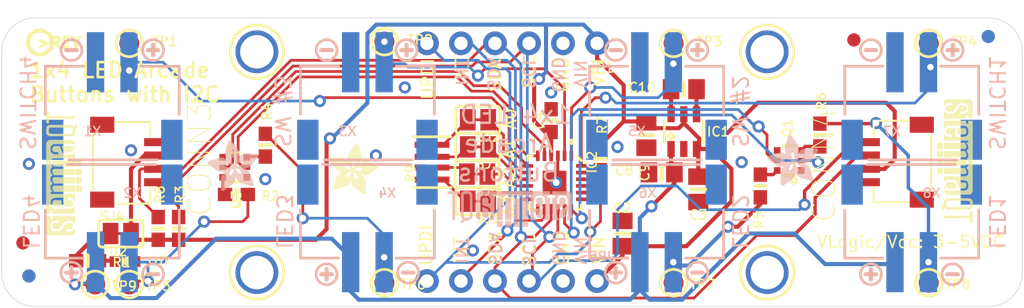
<source format=kicad_pcb>
(kicad_pcb (version 20211014) (generator pcbnew)
  (layers (0 "F.Cu" signal) (31 "B.Cu" signal) (34 "B.Paste" user) (35 "F.Paste" user) (36 "B.SilkS" user "B.Silkscreen") (37 "F.SilkS" user "F.Silkscreen") (38 "B.Mask" user) (39 "F.Mask" user) (44 "Edge.Cuts" user))
  (net 0 "")
  (net 1 "GND")
  (net 2 "SDA")
  (net 3 "SCL")
  (net 4 "INT")
  (net 5 "VCC")
  (net 6 "N$1")
  (net 7 "SW4")
  (net 8 "SW3")
  (net 9 "SW2")
  (net 10 "N$99")
  (net 11 "SW1")
  (net 12 "N$2")
  (net 13 "N$3")
  (net 14 "5.0V")
  (net 15 "PWM4")
  (net 16 "PWM3")
  (net 17 "PWM2")
  (net 18 "PWM1")
  (net 19 "N$4")
  (net 20 "LED3")
  (net 21 "N$12")
  (net 22 "LED4")
  (net 23 "LED2")
  (net 24 "N$11")
  (net 25 "LED1")
  (net 26 "UPDI")
  (net 27 "A0")
  (net 28 "A1")
  (net 29 "A2")
  (net 30 "A3")
  (net 31 "N$5")
  (net 32 "N$6")
  (net 33 "N$7")
  (net 34 "N$8")
  (net 35 "N$13")
  (footprint "boardEagle:QFN24_4MM" (layer "F.Cu") (at 151.6761 106.5276 -90)
    (fp_text reference "IC2")
    (fp_text value "ATTINY8X7-MU")
  )
  (footprint "boardEagle:0603-NO" (layer "F.Cu") (at 127.9271 107.4166)
    (fp_text reference "R2")
    (fp_text value "100")
  )
  (footprint "boardEagle:STEMMAQT" (layer "F.Cu") (at 116.3701 110.4646 90)
    (fp_text reference "U$30" hide)
    (fp_text value "" hide)
  )
  (footprint "boardEagle:0603-NO" (layer "F.Cu") (at 123.6091 109.9566 90)
    (fp_text reference "R3")
    (fp_text value "10K")
  )
  (footprint "boardEagle:0603-NO" (layer "F.Cu") (at 151.4221 101.8921 90)
    (fp_text reference "C4")
    (fp_text value "0.1uF")
  )
  (footprint "boardEagle:0805-NO" (layer "F.Cu") (at 162.4076 107.0356 -90)
    (fp_text reference "C3")
    (fp_text value "10uF")
  )
  (footprint "boardEagle:SOLDERJUMPER_CLOSEDWIRE" (layer "F.Cu") (at 119.2911 110.3376)
    (fp_text reference "SJ4")
    (fp_text value "")
  )
  (footprint "boardEagle:0603-NO" (layer "F.Cu") (at 122.0851 109.9566 90)
    (fp_text reference "R8")
    (fp_text value "10K")
  )
  (footprint "boardEagle:PCBFEAT-REV-040" (layer "F.Cu") (at 113.2586 96.0501)
    (fp_text reference "U$25" hide)
    (fp_text value "" hide)
  )
  (footprint "boardEagle:TESTPOINT_ROUND_1.5MM" (layer "F.Cu") (at 179.6161 96.1136)
    (fp_text reference "TP4")
    (fp_text value "")
  )
  (footprint "boardEagle:SOT363" (layer "F.Cu") (at 127.8001 105.3846 -90)
    (fp_text reference "Q3")
    (fp_text value "BSS138")
  )
  (footprint "boardEagle:0805-NO" (layer "F.Cu") (at 161.3281 99.5426 180)
    (fp_text reference "C10")
    (fp_text value "1uF")
  )
  (footprint "boardEagle:TESTPOINT_ROUND_1.5MM" (layer "F.Cu") (at 160.5661 96.1136)
    (fp_text reference "TP3")
    (fp_text value "")
  )
  (footprint "boardEagle:JST_SH4" (layer "F.Cu") (at 119.2911 105.0036 -90)
    (fp_text reference "CONN3")
    (fp_text value "STEMMA_I2C_QT" hide)
  )
  (footprint "boardEagle:0805-NO" (layer "F.Cu") (at 156.7561 110.3376 90)
    (fp_text reference "C2")
    (fp_text value "10uF")
  )
  (footprint "boardEagle:FIDUCIAL_1MM" (layer "F.Cu") (at 174.0281 95.8596)
    (fp_text reference "FID1" hide)
    (fp_text value "FIDUCIAL_1MM" hide)
  )
  (footprint "boardEagle:TESTPOINT_ROUND_1.5MM" (layer "F.Cu") (at 179.6161 114.0206)
    (fp_text reference "TP8")
    (fp_text value "")
  )
  (footprint "boardEagle:0603-NO" (layer "F.Cu") (at 130.0861 103.7336 90)
    (fp_text reference "R4")
    (fp_text value "100")
  )
  (footprint "boardEagle:0805-NO" (layer "F.Cu") (at 159.6771 105.7656 180)
    (fp_text reference "C8")
    (fp_text value "10uF")
  )
  (footprint "boardEagle:MOUNTINGHOLE_2.5_PLATED" (layer "F.Cu") (at 129.4511 96.7486)
    (fp_text reference "U$17" hide)
    (fp_text value "MOUNTINGHOLE2.5" hide)
  )
  (footprint "boardEagle:STEMMAQT" (layer "F.Cu") (at 180.2511 100.3046 -90)
    (fp_text reference "U$31" hide)
    (fp_text value "" hide)
  )
  (footprint "boardEagle:JST_SH4" (layer "F.Cu") (at 177.7111 105.0036 90)
    (fp_text reference "CONN4")
    (fp_text value "STEMMA_I2C_QT" hide)
  )
  (footprint "boardEagle:SOT363" (layer "F.Cu") (at 169.2021 104.8766 90)
    (fp_text reference "Q1")
    (fp_text value "BSS138")
  )
  (footprint "boardEagle:SOLDERJUMPER_CLOSEDWIRE" (layer "F.Cu") (at 145.9611 107.9246 180)
    (fp_text reference "SJ1")
    (fp_text value "")
  )
  (footprint "boardEagle:MOUNTINGHOLE_2.5_PLATED" (layer "F.Cu") (at 167.5511 96.7486)
    (fp_text reference "U$3" hide)
    (fp_text value "MOUNTINGHOLE2.5" hide)
  )
  (footprint "boardEagle:TESTPOINT_ROUND_1.5MM" (layer "F.Cu") (at 138.9761 114.0206)
    (fp_text reference "TP6")
    (fp_text value "")
  )
  (footprint "boardEagle:0603-NO" (layer "F.Cu") (at 116.8146 112.3696)
    (fp_text reference "R1")
    (fp_text value "10K")
  )
  (footprint "boardEagle:SOT23-6" (layer "F.Cu") (at 161.3281 102.7176)
    (fp_text reference "IC1")
    (fp_text value "AP3602")
  )
  (footprint "boardEagle:MOUNTINGHOLE_2.5_PLATED" (layer "F.Cu") (at 167.5511 113.2586)
    (fp_text reference "U$19" hide)
    (fp_text value "MOUNTINGHOLE2.5" hide)
  )
  (footprint "boardEagle:TESTPOINT_ROUND_1.5MM" (layer "F.Cu") (at 160.5661 114.0206)
    (fp_text reference "TP7")
    (fp_text value "")
  )
  (footprint "boardEagle:MOUNTINGHOLE_2.5_PLATED" (layer "F.Cu") (at 129.4511 113.2586)
    (fp_text reference "U$21" hide)
    (fp_text value "MOUNTINGHOLE2.5" hide)
  )
  (footprint "boardEagle:0603-NO" (layer "F.Cu") (at 171.4881 102.9716 90)
    (fp_text reference "R6")
    (fp_text value "100")
  )
  (footprint "boardEagle:RESPACK_4X0603" (layer "F.Cu") (at 142.5321 105.0036 90)
    (fp_text reference "R9")
    (fp_text value "10K")
  )
  (footprint "boardEagle:SOLDERJUMPER_CLOSEDWIRE" (layer "F.Cu") (at 145.9611 103.8606 180)
    (fp_text reference "SJ3")
    (fp_text value "")
  )
  (footprint "boardEagle:1X06_ROUND_70" (layer "F.Cu") (at 148.5011 96.1136 180)
    (fp_text reference "JP1")
    (fp_text value "")
  )
  (footprint "boardEagle:TESTPOINT_ROUND_1.5MM" (layer "F.Cu") (at 119.9261 114.1476)
    (fp_text reference "TP5")
    (fp_text value "")
  )
  (footprint "boardEagle:TESTPOINT_ROUND_1.5MM" (layer "F.Cu") (at 117.3861 114.1476)
    (fp_text reference "TP9")
    (fp_text value "")
  )
  (footprint "boardEagle:ADAFRUIT_3.5MM" (layer "F.Cu") (at 134.7851 107.4166)
    (fp_text reference "U$9" hide)
    (fp_text value "" hide)
  )
  (footprint "boardEagle:0805-NO" (layer "F.Cu") (at 158.5341 102.9716 -90)
    (fp_text reference "C9")
    (fp_text value "10uF")
  )
  (footprint "boardEagle:TESTPOINT_ROUND_1.5MM" (layer "F.Cu") (at 138.9761 95.9866)
    (fp_text reference "TP2")
    (fp_text value "")
  )
  (footprint "boardEagle:FIDUCIAL_1MM" (layer "F.Cu") (at 111.9886 111.0361)
    (fp_text reference "FID2" hide)
    (fp_text value "FIDUCIAL_1MM" hide)
  )
  (footprint "boardEagle:TESTPOINT_ROUND_1.5MM" (layer "F.Cu") (at 119.9261 96.1136)
    (fp_text reference "TP1")
    (fp_text value "")
  )
  (footprint "boardEagle:SOLDERJUMPER_CLOSEDWIRE" (layer "F.Cu") (at 145.8976 105.8926 180)
    (fp_text reference "SJ5")
    (fp_text value "")
  )
  (footprint "boardEagle:SOLDERJUMPER_CLOSEDWIRE" (layer "F.Cu") (at 145.9611 101.8286 180)
    (fp_text reference "SJ2")
    (fp_text value "")
  )
  (footprint "boardEagle:CHIPLED_0603_NOOUTLINE" (layer "F.Cu") (at 119.6086 112.4331 -90)
    (fp_text reference "D2")
    (fp_text value "GREEN")
  )
  (footprint "boardEagle:0603-NO" (layer "F.Cu") (at 155.1051 104.7496 90)
    (fp_text reference "R7")
    (fp_text value "10K")
  )
  (footprint "boardEagle:0603-NO" (layer "F.Cu") (at 167.0431 106.7816 -90)
    (fp_text reference "R5")
    (fp_text value "100")
  )
  (footprint "boardEagle:SYMBOL_PLUS" (layer "B.Cu") (at 115.6081 113.2586 180)
    (fp_text reference "U$23" hide)
    (fp_text value "" hide)
  )
  (footprint "boardEagle:JST-XH-2-SV" (layer "B.Cu") (at 137.7061 108.1786)
    (fp_text reference "X4")
    (fp_text value "CON_JST_XH_2PIN-VERT")
  )
  (footprint "boardEagle:JST-XH-2-SV" (layer "B.Cu") (at 178.3461 108.1786)
    (fp_text reference "X8")
    (fp_text value "CON_JST_XH_2PIN-VERT")
  )
  (footprint "boardEagle:SYMBOL_MINUS" (layer "B.Cu") (at 175.2981 96.6216 180)
    (fp_text reference "U$1" hide)
    (fp_text value "" hide)
  )
  (footprint "boardEagle:SYMBOL_MINUS" (layer "B.Cu") (at 181.3941 113.3856 180)
    (fp_text reference "U$47" hide)
    (fp_text value "" hide)
  )
  (footprint "boardEagle:SYMBOL_MINUS" (layer "B.Cu") (at 140.7541 113.2586 180)
    (fp_text reference "U$48" hide)
    (fp_text value "" hide)
  )
  (footprint "boardEagle:SYMBOL_MINUS" (layer "B.Cu") (at 121.7041 113.3856 180)
    (fp_text reference "U$45" hide)
    (fp_text value "" hide)
  )
  (footprint "boardEagle:SYMBOL_MINUS" (layer "B.Cu") (at 115.6081 96.6216 180)
    (fp_text reference "U$14" hide)
    (fp_text value "" hide)
  )
  (footprint "boardEagle:SYMBOL_PLUS" (layer "B.Cu") (at 181.3941 96.6216 180)
    (fp_text reference "U$15" hide)
    (fp_text value "" hide)
  )
  (footprint "boardEagle:ADAFRUIT_3.5MM" (layer "B.Cu") (at 171.3611 106.7816 180)
    (fp_text reference "U$2" hide)
    (fp_text value "" hide)
  )
  (footprint "boardEagle:SYMBOL_PLUS" (layer "B.Cu") (at 162.3441 96.6216 180)
    (fp_text reference "U$26" hide)
    (fp_text value "" hide)
  )
  (footprint "boardEagle:STEMMAQT" (layer "B.Cu") (at 152.9461 109.8296 180)
    (fp_text reference "U$53" hide)
    (fp_text value "" hide)
  )
  (footprint "boardEagle:SYMBOL_PLUS" (layer "B.Cu") (at 156.2481 113.2586 180)
    (fp_text reference "U$7" hide)
    (fp_text value "" hide)
  )
  (footprint "boardEagle:FIDUCIAL_1MM" (layer "B.Cu") (at 112.4331 113.5126 180)
    (fp_text reference "FID3" hide)
    (fp_text value "FIDUCIAL_1MM" hide)
  )
  (footprint "boardEagle:SYMBOL_PLUS" (layer "B.Cu") (at 121.7041 96.6216 180)
    (fp_text reference "U$24" hide)
    (fp_text value "" hide)
  )
  (footprint "boardEagle:SYMBOL_PLUS" (layer "B.Cu") (at 175.2981 113.3856 180)
    (fp_text reference "U$16" hide)
    (fp_text value "" hide)
  )
  (footprint "boardEagle:1X06_ROUND_70" (layer "B.Cu") (at 148.5011 113.8936 180)
    (fp_text reference "JP5")
    (fp_text value "")
  )
  (footprint "boardEagle:FIDUCIAL_1MM" (layer "B.Cu") (at 184.0611 95.6056 180)
    (fp_text reference "FID4" hide)
    (fp_text value "FIDUCIAL_1MM" hide)
  )
  (footprint "boardEagle:JST-XH-2-SV" (layer "B.Cu") (at 178.3461 101.8286 180)
    (fp_text reference "X7")
    (fp_text value "CON_JST_XH_2PIN-VERT")
  )
  (footprint "boardEagle:JST-XH-2-SV" (layer "B.Cu") (at 159.2961 108.1786)
    (fp_text reference "X6")
    (fp_text value "CON_JST_XH_2PIN-VERT")
  )
  (footprint "boardEagle:SYMBOL_MINUS" (layer "B.Cu") (at 156.2481 96.6216 180)
    (fp_text reference "U$49" hide)
    (fp_text value "" hide)
  )
  (footprint "boardEagle:SYMBOL_PLUS" (layer "B.Cu") (at 140.6271 96.6216 180)
    (fp_text reference "U$50" hide)
    (fp_text value "" hide)
  )
  (footprint "boardEagle:JST-XH-2-SV" (layer "B.Cu") (at 118.6561 108.1786)
    (fp_text reference "X2")
    (fp_text value "CON_JST_XH_2PIN-VERT")
  )
  (footprint "boardEagle:JST-XH-2-SV" (layer "B.Cu") (at 118.6561 101.8286 180)
    (fp_text reference "X1")
    (fp_text value "CON_JST_XH_2PIN-VERT")
  )
  (footprint "boardEagle:SYMBOL_MINUS" (layer "B.Cu") (at 134.6581 96.6216 180)
    (fp_text reference "U$8" hide)
    (fp_text value "" hide)
  )
  (footprint "boardEagle:SYMBOL_MINUS" (layer "B.Cu") (at 162.3441 113.2586 180)
    (fp_text reference "U$46" hide)
    (fp_text value "" hide)
  )
  (footprint "boardEagle:JST-XH-2-SV" (layer "B.Cu") (at 137.7061 101.8286 180)
    (fp_text reference "X3")
    (fp_text value "CON_JST_XH_2PIN-VERT")
  )
  (footprint "boardEagle:JST-XH-2-SV" (layer "B.Cu") (at 159.2961 101.8286 180)
    (fp_text reference "X5")
    (fp_text value "CON_JST_XH_2PIN-VERT")
  )
  (footprint "boardEagle:SYMBOL_PLUS" (layer "B.Cu") (at 134.6581 113.3856 180)
    (fp_text reference "U$20" hide)
    (fp_text value "" hide)
  )
  (footprint "boardEagle:ADAFRUIT_3.5MM" (layer "B.Cu") (at 129.5781 107.1626 180)
    (fp_text reference "U$52" hide)
    (fp_text value "" hide)
  )
  (gr_arc (start 186.6011 113.2586) (mid 185.857151 115.054651) (end 184.0611 115.7986) (layer "Edge.Cuts") (width 0.05))
  (gr_arc (start 110.4011 96.7486) (mid 111.145049 94.952549) (end 112.9411 94.2086) (layer "Edge.Cuts") (width 0.05))
  (gr_line (start 112.9411 94.2086) (end 184.0611 94.2086) (layer "Edge.Cuts") (width 0.05))
  (gr_line (start 110.4011 113.2586) (end 110.4011 96.7486) (layer "Edge.Cuts") (width 0.05))
  (gr_line (start 186.6011 96.7486) (end 186.6011 113.2586) (layer "Edge.Cuts") (width 0.05))
  (gr_arc (start 112.9411 115.7986) (mid 111.145049 115.054651) (end 110.4011 113.2586) (layer "Edge.Cuts") (width 0.05))
  (gr_line (start 184.0611 115.7986) (end 112.9411 115.7986) (layer "Edge.Cuts") (width 0.05))
  (gr_arc (start 184.0611 94.2086) (mid 185.857151 94.952549) (end 186.6011 96.7486) (layer "Edge.Cuts") (width 0.05))
  (gr_text "1x4 LED \nArcade\nButtons" (at 148.2471 103.6066) (layer "B.SilkS") (effects (font (size 1.34112 1.34112) (thickness 0.18288)) (justify mirror)))
  (gr_text "SDA" (at 147.2311 111.4806 -90) (layer "B.SilkS") (effects (font (size 0.87376 0.87376) (thickness 0.14224)) (justify mirror)))
  (gr_text "LED2" (at 165.5191 109.4486 -90) (layer "B.SilkS") (effects (font (size 1.1176 1.1176) (thickness 0.1524)) (justify mirror)))
  (gr_text "GND" (at 151.9301 111.4171 -90) (layer "B.SilkS") (effects (font (size 0.87376 0.87376) (thickness 0.14224)) (justify mirror)))
  (gr_text "SCL" (at 149.7711 98.2726 -90) (layer "B.SilkS") (effects (font (size 0.87376 0.87376) (thickness 0.14224)) (justify mirror)))
  (gr_text "LED3" (at 131.4831 109.4486 -90) (layer "B.SilkS") (effects (font (size 1.1176 1.1176) (thickness 0.1524)) (justify mirror)))
  (gr_text "LED1" (at 184.6961 109.4486 -90) (layer "B.SilkS") (effects (font (size 1.1176 1.1176) (thickness 0.1524)) (justify mirror)))
  (gr_text "VIN" (at 153.5811 98.3996 -90) (layer "B.SilkS") (effects (font (size 0.87376 0.87376) (thickness 0.14224)) (justify mirror)))
  (gr_text "VIN" (at 153.5811 111.6076 -90) (layer "B.SilkS") (effects (font (size 0.87376 0.87376) (thickness 0.14224)) (justify mirror)))
  (gr_text "SWITCH4" (at 112.3061 100.5586 -90) (layer "B.SilkS") (effects (font (size 1.1176 1.1176) (thickness 0.1524)) (justify mirror)))
  (gr_text "SW #2" (at 165.5191 101.1936 -90) (layer "B.SilkS") (effects (font (size 1.1176 1.1176) (thickness 0.1524)) (justify mirror)))
  (gr_text "SWITCH1" (at 184.6961 100.5586 -90) (layer "B.SilkS") (effects (font (size 1.1176 1.1176) (thickness 0.1524)) (justify mirror)))
  (gr_text "LED4" (at 112.5601 109.4486 -90) (layer "B.SilkS") (effects (font (size 1.1176 1.1176) (thickness 0.1524)) (justify mirror)))
  (gr_text "SDA" (at 147.1041 98.3996 -90) (layer "B.SilkS") (effects (font (size 0.87376 0.87376) (thickness 0.14224)) (justify mirror)))
  (gr_text "INT" (at 144.7546 111.6076 -90) (layer "B.SilkS") (effects (font (size 0.87376 0.87376) (thickness 0.14224)) (justify mirror)))
  (gr_text "INT" (at 144.7546 98.2726 -90) (layer "B.SilkS") (effects (font (size 0.87376 0.87376) (thickness 0.14224)) (justify mirror)))
  (gr_text "SW #3" (at 131.3561 101.1936 -90) (layer "B.SilkS") (effects (font (size 1.1176 1.1176) (thickness 0.1524)) (justify mirror)))
  (gr_text "GND" (at 151.9301 98.4631 -90) (layer "B.SilkS") (effects (font (size 0.87376 0.87376) (thickness 0.14224)) (justify mirror)))
  (gr_text "SCL" (at 149.7711 111.6076 -90) (layer "B.SilkS") (effects (font (size 0.87376 0.87376) (thickness 0.14224)) (justify mirror)))
  (gr_text "A3" (at 148.3106 108.3056 90) (layer "F.SilkS") (effects (font (size 0.87376 0.87376) (thickness 0.14224))))
  (gr_text "SCL" (at 149.7711 98.2726 90) (layer "F.SilkS") (effects (font (size 0.87376 0.87376) (thickness 0.14224))))
  (gr_text "1x4 LED Arcade\nButtons with I2C" (at 112.3696 99.0346) (layer "F.SilkS") (effects (font (size 1.12268 1.12268) (thickness 0.19812)) (justify left)))
  (gr_text "on" (at 121.1961 112.7506) (layer "F.SilkS") (effects (font (size 0.89408 0.89408) (thickness 0.12192)) (justify left bottom)))
  (gr_text "VLogic/Vcc: 3-5VDC" (at 178.2826 110.9726) (layer "F.SilkS") (effects (font (size 0.89408 0.89408) (thickness 0.12192))))
  (gr_text "VIN" (at 154.9781 111.6076 90) (layer "F.SilkS") (effects (font (size 0.87376 0.87376) (thickness 0.14224))))
  (gr_text "UPDI" (at 142.2146 98.7806 90) (layer "F.SilkS") (effects (font (size 0.87376 0.87376) (thickness 0.14224))))
  (gr_text "GND" (at 152.3111 98.4631 90) (layer "F.SilkS") (effects (font (size 0.87376 0.87376) (thickness 0.14224))))
  (gr_text "VIN" (at 154.9781 98.2726 90) (layer "F.SilkS") (effects (font (size 0.87376 0.87376) (thickness 0.14224))))
  (gr_text "A2" (at 148.3106 106.1466 90) (layer "F.SilkS") (effects (font (size 0.87376 0.87376) (thickness 0.14224))))
  (gr_text "INT" (at 144.7546 98.2726 90) (layer "F.SilkS") (effects (font (size 0.87376 0.87376) (thickness 0.14224))))
  (gr_text "SDA" (at 147.2311 111.4806 90) (layer "F.SilkS") (effects (font (size 0.87376 0.87376) (thickness 0.14224))))
  (gr_text "SDA" (at 147.2311 98.5266 90) (layer "F.SilkS") (effects (font (size 0.87376 0.87376) (thickness 0.14224))))
  (gr_text "A0" (at 148.3741 101.7651 90) (layer "F.SilkS") (effects (font (size 0.87376 0.87376) (thickness 0.14224))))
  (gr_text "UPDI" (at 142.0876 111.2266 90) (layer "F.SilkS") (effects (font (size 0.87376 0.87376) (thickness 0.14224))))
  (gr_text "SCL" (at 149.7711 111.6076 90) (layer "F.SilkS") (effects (font (size 0.87376 0.87376) (thickness 0.14224))))
  (gr_text "INT" (at 144.6276 111.6076 90) (layer "F.SilkS") (effects (font (size 0.87376 0.87376) (thickness 0.14224))))
  (gr_text "GND" (at 152.3111 111.4171 90) (layer "F.SilkS") (effects (font (size 0.87376 0.87376) (thickness 0.14224))))
  (gr_text "A1" (at 148.3106 103.9876 90) (layer "F.SilkS") (effects (font (size 0.87376 0.87376) (thickness 0.14224))))
  (segment (start 151.9261 104.5276) (end 151.9261 106.2776) (width 0.2032) (layer "F.Cu") (net 1))
  (segment (start 151.9261 106.2776) (end 151.6761 106.5276) (width 0.2032) (layer "F.Cu") (net 1))
  (via (at 140.5001 99.4156) (size 0.9064) (drill 0.5) (layers "F.Cu" "B.Cu") (net 1))
  (via (at 151.4221 99.7966) (size 0.9064) (drill 0.5) (layers "F.Cu" "B.Cu") (net 1))
  (via (at 145.5801 111.6076) (size 0.9064) (drill 0.5) (layers "F.Cu" "B.Cu") (net 1))
  (via (at 130.0861 106.2736) (size 0.9064) (drill 0.5) (layers "F.Cu" "B.Cu") (net 1))
  (via (at 120.0531 104.1146) (size 0.9064) (drill 0.5) (layers "F.Cu" "B.Cu") (net 1))
  (via (at 156.3751 103.8606) (size 0.9064) (drill 0.5) (layers "F.Cu" "B.Cu") (net 1))
  (via (at 151.8031 106.5276) (size 0.9064) (drill 0.5) (layers "F.Cu" "B.Cu") (net 1))
  (via (at 112.4331 105.1306) (size 0.9064) (drill 0.5) (layers "F.Cu" "B.Cu") (net 1))
  (via (at 138.3411 104.4956) (size 0.9064) (drill 0.5) (layers "F.Cu" "B.Cu") (net 1))
  (via (at 165.6461 105.0036) (size 0.9064) (drill 0.5) (layers "F.Cu" "B.Cu") (net 1))
  (segment (start 171.1285 107.660781) (end 171.1285 108.8841) (width 0.254) (layer "F.Cu") (net 2))
  (segment (start 145.3261 97.3836) (end 131.998107 97.3836) (width 0.2032) (layer "F.Cu") (net 2))
  (segment (start 148.3741 115.1636) (end 147.2311 114.0206) (width 0.2032) (layer "F.Cu") (net 2))
  (segment (start 146.5961 96.1136) (end 145.3261 97.3836) (width 0.2032) (layer "F.Cu") (net 2))
  (segment (start 120.6881 107.7096) (end 122.0851 109.1066) (width 0.2032) (layer "F.Cu") (net 2))
  (segment (start 131.998107 97.3836) (end 123.878107 105.5036) (width 0.2032) (layer "F.Cu") (net 2))
  (segment (start 174.285681 104.5036) (end 171.1285 107.660781) (width 0.254) (layer "F.Cu") (net 2))
  (segment (start 121.8051 105.5036) (end 120.8151 105.5036) (width 0.2032) (layer "F.Cu") (net 2))
  (segment (start 151.4261 108.5276) (end 151.4261 109.3176) (width 0.2032) (layer "F.Cu") (net 2))
  (segment (start 171.1285 108.8841) (end 169.548 110.4646) (width 0.254) (layer "F.Cu") (net 2))
  (segment (start 120.6881 105.6306) (end 120.6881 107.7096) (width 0.2032) (layer "F.Cu") (net 2))
  (segment (start 146.5961 96.1136) (end 147.2311 96.1136) (width 0.2032) (layer "F.Cu") (net 2))
  (segment (start 149.1655 110.9432) (end 147.2311 112.8776) (width 0.2032) (layer "F.Cu") (net 2))
  (segment (start 166.7891 110.4646) (end 162.0901 115.1636) (width 0.2032) (layer "F.Cu") (net 2))
  (segment (start 149.1655 110.5916) (end 150.1521 110.5916) (width 0.2032) (layer "F.Cu") (net 2))
  (segment (start 149.1655 110.5916) (end 149.1655 110.9432) (width 0.2032) (layer "F.Cu") (net 2))
  (segment (start 175.1971 104.5036) (end 174.285681 104.5036) (width 0.254) (layer "F.Cu") (net 2))
  (segment (start 162.0901 115.1636) (end 148.3741 115.1636) (width 0.2032) (layer "F.Cu") (net 2))
  (segment (start 169.548 110.4646) (end 166.7891 110.4646) (width 0.254) (layer "F.Cu") (net 2))
  (segment (start 120.8151 105.5036) (end 120.6881 105.6306) (width 0.2032) (layer "F.Cu") (net 2))
  (segment (start 151.4261 109.3176) (end 150.1521 110.5916) (width 0.2032) (layer "F.Cu") (net 2))
  (segment (start 123.878107 105.5036) (end 121.8051 105.5036) (width 0.2032) (layer "F.Cu") (net 2))
  (segment (start 147.2311 113.8936) (end 147.2311 114.0206) (width 0.2032) (layer "F.Cu") (net 2))
  (segment (start 147.2311 112.8776) (end 147.2311 113.8936) (width 0.2032) (layer "F.Cu") (net 2))
  (via (at 149.1655 110.5916) (size 0.9064) (drill 0.5) (layers "F.Cu" "B.Cu") (net 2))
  (segment (start 149.1655 97.667) (end 147.6121 96.1136) (width 0.2032) (layer "B.Cu") (net 2))
  (segment (start 149.1655 97.667) (end 149.1655 110.5916) (width 0.2032) (layer "B.Cu") (net 2))
  (segment (start 147.2311 96.1136) (end 147.6121 96.1136) (width 0.2032) (layer "B.Cu") (net 2))
  (segment (start 123.452841 106.5036) (end 121.8051 106.5036) (width 0.2032) (layer "F.Cu") (net 3))
  (segment (start 150.0211 111.8616) (end 150.0211 113.6436) (width 0.2032) (layer "F.Cu") (net 3))
  (segment (start 150.0211 111.8616) (end 151.2911 110.5916) (width 0.2032) (layer "F.Cu") (net 3))
  (segment (start 123.6091 108.3076) (end 123.6091 109.1066) (width 0.2032) (layer "F.Cu") (net 3))
  (segment (start 175.1971 103.5036) (end 174.0041 103.5036) (width 0.254) (layer "F.Cu") (net 3))
  (segment (start 121.8051 106.5036) (end 123.6091 108.3076) (width 0.2032) (layer "F.Cu") (net 3))
  (segment (start 151.2911 110.5916) (end 151.5131 110.5916) (width 0.2032) (layer "F.Cu") (net 3))
  (segment (start 148.3741 97.5106) (end 149.7711 96.1136) (width 0.2032) (layer "F.Cu") (net 3))
  (segment (start 126.452841 103.5036) (end 123.452841 106.5036) (width 0.2032) (layer "F.Cu") (net 3))
  (segment (start 170.3451 107.1626) (end 170.3451 108.1786) (width 0.254) (layer "F.Cu") (net 3))
  (segment (start 174.0041 103.5036) (end 170.3451 107.1626) (width 0.254) (layer "F.Cu") (net 3))
  (segment (start 149.7711 113.8936) (end 150.0211 113.6436) (width 0.2032) (layer "F.Cu") (net 3))
  (segment (start 132.141044 97.8154) (end 145.5293 97.8154) (width 0.2032) (layer "F.Cu") (net 3))
  (segment (start 145.8341 97.5106) (end 145.5293 97.8154) (width 0.2032) (layer "F.Cu") (net 3))
  (segment (start 151.9261 108.5276) (end 151.9261 110.1786) (width 0.2032) (layer "F.Cu") (net 3))
  (segment (start 132.141044 97.8154) (end 126.452841 103.5036) (width 0.2032) (layer "F.Cu") (net 3))
  (segment (start 151.9261 110.1786) (end 151.5131 110.5916) (width 0.2032) (layer "F.Cu") (net 3))
  (segment (start 148.3741 97.5106) (end 145.8341 97.5106) (width 0.2032) (layer "F.Cu") (net 3))
  (via (at 151.2911 110.5916) (size 0.9064) (drill 0.5) (layers "F.Cu" "B.Cu") (net 3))
  (via (at 170.3451 108.1786) (size 0.9064) (drill 0.5) (layers "F.Cu" "B.Cu") (net 3))
  (segment (start 158.1531 106.7816) (end 160.8201 106.7816) (width 0.2032) (layer "B.Cu") (net 3))
  (segment (start 156.3751 108.5596) (end 158.1531 106.7816) (width 0.2032) (layer "B.Cu") (net 3))
  (segment (start 155.8671 112.3696) (end 152.0571 112.3696) (width 0.2032) (layer "B.Cu") (net 3))
  (segment (start 152.0571 112.3696) (end 150.5331 113.8936) (width 0.2032) (layer "B.Cu") (net 3))
  (segment (start 156.3751 111.8616) (end 155.8671 112.3696) (width 0.2032) (layer "B.Cu") (net 3))
  (segment (start 150.5331 113.8936) (end 149.7711 113.8936) (width 0.2032) (layer "B.Cu") (net 3))
  (segment (start 156.3751 108.5596) (end 156.3751 111.8616) (width 0.2032) (layer "B.Cu") (net 3))
  (segment (start 149.6441 96.2406) (end 149.6441 108.9446) (width 0.2032) (layer "B.Cu") (net 3))
  (segment (start 162.5981 108.5596) (end 169.9641 108.5596) (width 0.2032) (layer "B.Cu") (net 3))
  (segment (start 169.9641 108.5596) (end 170.3451 108.1786) (width 0.2032) (layer "B.Cu") (net 3))
  (segment (start 149.7711 96.1136) (end 149.6441 96.2406) (width 0.2032) (layer "B.Cu") (net 3))
  (segment (start 160.8201 106.7816) (end 162.5981 108.5596) (width 0.2032) (layer "B.Cu") (net 3))
  (segment (start 149.6441 108.9446) (end 151.2911 110.5916) (width 0.2032) (layer "B.Cu") (net 3))
  (segment (start 150.714293 109.357112) (end 148.917612 109.357112) (width 0.2032) (layer "F.Cu") (net 4))
  (segment (start 148.155613 110.119112) (end 148.228454 110.191953) (width 0.2032) (layer "F.Cu") (net 4))
  (segment (start 148.228454 110.191953) (end 144.6911 113.729306) (width 0.2032) (layer "F.Cu") (net 4))
  (segment (start 150.9261 109.145306) (end 150.714293 109.357112) (width 0.2032) (layer "F.Cu") (net 4))
  (segment (start 150.9261 108.5276) (end 150.9261 109.145306) (width 0.2032) (layer "F.Cu") (net 4))
  (segment (start 148.917612 109.357112) (end 148.155613 110.119112) (width 0.2032) (layer "F.Cu") (net 4))
  (segment (start 144.6911 113.8936) (end 144.6911 113.729306) (width 0.2032) (layer "F.Cu") (net 4))
  (via (at 148.155613 110.119112) (size 0.9064) (drill 0.5) (layers "F.Cu" "B.Cu") (net 4))
  (segment (start 148.1201 97.3836) (end 146.7231 97.3836) (width 0.2032) (layer "B.Cu") (net 4))
  (segment (start 146.7231 97.3836) (end 145.4531 96.1136) (width 0.2032) (layer "B.Cu") (net 4))
  (segment (start 148.7551 98.0186) (end 148.1201 97.3836) (width 0.2032) (layer "B.Cu") (net 4))
  (segment (start 148.7551 98.0186) (end 148.7551 109.519625) (width 0.2032) (layer "B.Cu") (net 4))
  (segment (start 144.6911 96.1136) (end 145.4531 96.1136) (width 0.2032) (layer "B.Cu") (net 4))
  (segment (start 148.7551 109.519625) (end 148.155613 110.119112) (width 0.2032) (layer "B.Cu") (net 4))
  (segment (start 154.8511 97.2566) (end 156.8441 99.2496) (width 0.3048) (layer "F.Cu") (net 5))
  (segment (start 177.0761 104.7496) (end 176.3141 105.5116) (width 0.3048) (layer "F.Cu") (net 5))
  (segment (start 161.5211 111.2876) (end 156.7561 111.2876) (width 0.3048) (layer "F.Cu") (net 5))
  (segment (start 123.6091 110.8066) (end 122.0851 110.8066) (width 0.3048) (layer "F.Cu") (net 5))
  (segment (start 121.049519 104.5036) (end 120.1039 105.449218) (width 0.3048) (layer "F.Cu") (net 5))
  (segment (start 154.8511 113.8936) (end 156.7561 111.9886) (width 0.3048) (layer "F.Cu") (net 5))
  (segment (start 158.4071 101.9556) (end 158.4731 102.0216) (width 0.3048) (layer "F.Cu") (net 5))
  (segment (start 120.0531 110.3376) (end 120.0531 110.8066) (width 0.3048) (layer "F.Cu") (net 5))
  (segment (start 158.4731 102.0216) (end 158.5341 102.0216) (width 0.3048) (layer "F.Cu") (net 5))
  (segment (start 151.4221 102.7421) (end 150.979231 102.7421) (width 0.3048) (layer "F.Cu") (net 5))
  (segment (start 161.3281 101.4176) (end 161.3281 102.0826) (width 0.3048) (layer "F.Cu") (net 5))
  (segment (start 150.1521 99.1616) (end 150.5331 98.7806) (width 0.3048) (layer "F.Cu") (net 5))
  (segment (start 175.2051 105.5116) (end 175.1971 105.5036) (width 0.3048) (layer "F.Cu") (net 5))
  (segment (start 121.8051 104.5036) (end 121.049519 104.5036) (width 0.3048) (layer "F.Cu") (net 5))
  (segment (start 163.3901 104.0176) (end 164.8841 105.5116) (width 0.3048) (layer "F.Cu") (net 5))
  (segment (start 166.8491 100.5586) (end 163.3901 104.0176) (width 0.3048) (layer "F.Cu") (net 5))
  (segment (start 134.6581 103.4796) (end 134.9121 103.2256) (width 0.3048) (layer "F.Cu") (net 5))
  (segment (start 161.3281 102.0826) (end 160.9471 102.4636) (width 0.3048) (layer "F.Cu") (net 5))
  (segment (start 150.1521 101.914969) (end 150.1521 99.1616) (width 0.3048) (layer "F.Cu") (net 5))
  (segment (start 162.2781 104.0176) (end 162.4076 104.1471) (width 0.3048) (layer "F.Cu") (net 5))
  (segment (start 164.8841 107.9246) (end 161.5211 111.2876) (width 0.3048) (layer "F.Cu") (net 5))
  (segment (start 164.8841 105.5116) (end 164.8841 107.9246) (width 0.3048) (layer "F.Cu") (net 5))
  (segment (start 156.8441 101.9556) (end 158.4071 101.9556) (width 0.3048) (layer "F.Cu") (net 5))
  (segment (start 162.2781 104.0176) (end 162.4711 104.0176) (width 0.3048) (layer "F.Cu") (net 5))
  (segment (start 120.0531 105.5116) (end 120.0531 110.3376) (width 0.3048) (layer "F.Cu") (net 5))
  (segment (start 120.0531 110.8066) (end 122.0851 110.8066) (width 0.3048) (layer "F.Cu") (net 5))
  (segment (start 155.1051 103.6946) (end 156.8441 101.9556) (width 0.3048) (layer "F.Cu") (net 5))
  (segment (start 154.8511 96.1136) (end 154.8511 97.2566) (width 0.3048) (layer "F.Cu") (net 5))
  (segment (start 123.6091 110.8066) (end 133.851675 110.8066) (width 0.3048) (layer "F.Cu") (net 5))
  (segment (start 176.3141 105.5116) (end 175.2051 105.5116) (width 0.3048) (layer "F.Cu") (net 5))
  (segment (start 162.4711 103.2256) (end 162.4711 104.0176) (width 0.3048) (layer "F.Cu") (net 5))
  (segment (start 177.0761 101.1936) (end 177.0761 104.7496) (width 0.3048) (layer "F.Cu") (net 5))
  (segment (start 151.4261 102.7461) (end 151.4221 102.7421) (width 0.3048) (layer "F.Cu") (net 5))
  (segment (start 150.979231 102.7421) (end 150.1521 101.914969) (width 0.3048) (layer "F.Cu") (net 5))
  (segment (start 120.1039 105.449218) (end 120.1039 105.4608) (width 0.3048) (layer "F.Cu") (net 5))
  (segment (start 156.7561 111.9886) (end 156.7561 111.2876) (width 0.3048) (layer "F.Cu") (net 5))
  (segment (start 160.9471 102.4636) (end 158.9761 102.4636) (width 0.3048) (layer "F.Cu") (net 5))
  (segment (start 176.4411 100.5586) (end 177.0761 101.1936) (width 0.3048) (layer "F.Cu") (net 5))
  (segment (start 162.4076 104.1471) (end 162.4076 106.0856) (width 0.3048) (layer "F.Cu") (net 5))
  (segment (start 162.4711 104.0176) (end 163.3901 104.0176) (width 0.3048) (layer "F.Cu") (net 5))
  (segment (start 161.3281 102.0826) (end 162.4711 103.2256) (width 0.3048) (layer "F.Cu") (net 5))
  (segment (start 151.4261 104.5276) (end 151.4261 102.7461) (width 0.3048) (layer "F.Cu") (net 5))
  (segment (start 155.1051 103.8996) (end 155.1051 103.6946) (width 0.3048) (layer "F.Cu") (net 5))
  (segment (start 156.8441 99.2496) (end 156.8441 101.9556) (width 0.3048) (layer "F.Cu") (net 5))
  (segment (start 120.1039 105.4608) (end 120.0531 105.5116) (width 0.3048) (layer "F.Cu") (net 5))
  (segment (start 133.851675 110.8066) (end 134.6581 110.000175) (width 0.3048) (layer "F.Cu") (net 5))
  (segment (start 158.9761 102.4636) (end 158.5341 102.0216) (width 0.3048) (layer "F.Cu") (net 5))
  (segment (start 166.8491 100.5586) (end 176.4411 100.5586) (width 0.3048) (layer "F.Cu") (net 5))
  (segment (start 134.6581 110.000175) (end 134.6581 103.4796) (width 0.3048) (layer "F.Cu") (net 5))
  (via (at 134.9121 103.2256) (size 0.9064) (drill 0.5) (layers "F.Cu" "B.Cu") (net 5))
  (via (at 150.5331 98.7806) (size 0.889) (drill 0.4826) (layers "F.Cu" "B.Cu") (net 5))
  (segment (start 151.0411 94.7166) (end 138.365207 94.7166) (width 0.3048) (layer "B.Cu") (net 5))
  (segment (start 138.365207 94.7166) (end 137.7061 95.375707) (width 0.3048) (layer "B.Cu") (net 5))
  (segment (start 154.8511 96.1136) (end 154.8511 95.7326) (width 0.3048) (layer "B.Cu") (net 5))
  (segment (start 153.8351 94.7166) (end 151.0411 94.7166) (width 0.3048) (layer "B.Cu") (net 5))
  (segment (start 137.7061 100.570494) (end 135.050994 103.2256) (width 0.3048) (layer "B.Cu") (net 5))
  (segment (start 151.0411 98.2726) (end 151.0411 94.7166) (width 0.3048) (layer "B.Cu") (net 5))
  (segment (start 134.9121 103.2256) (end 135.050994 103.2256) (width 0.3048) (layer "B.Cu") (net 5))
  (segment (start 137.7061 95.375707) (end 137.7061 100.570494) (width 0.3048) (layer "B.Cu") (net 5))
  (segment (start 154.8511 95.7326) (end 153.8351 94.7166) (width 0.3048) (layer "B.Cu") (net 5))
  (segment (start 150.5331 98.7806) (end 151.0411 98.2726) (width 0.3048) (layer "B.Cu") (net 5))
  (segment (start 118.7951 112.3696) (end 118.8586 112.4331) (width 0.3048) (layer "F.Cu") (net 6))
  (segment (start 117.6646 112.3696) (end 118.7951 112.3696) (width 0.3048) (layer "F.Cu") (net 6))
  (segment (start 148.2791 101.473125) (end 146.983575 100.1776) (width 0.2032) (layer "F.Cu") (net 7))
  (segment (start 119.9261 96.1136) (end 119.9261 98.1456) (width 0.2032) (layer "F.Cu") (net 7))
  (segment (start 146.983575 100.1776) (end 134.4041 100.1776) (width 0.2032) (layer "F.Cu") (net 7))
  (segment (start 134.1501 100.4316) (end 134.4041 100.1776) (width 0.2032) (layer "F.Cu") (net 7))
  (segment (start 148.2791 101.473125) (end 148.2791 103.8806) (width 0.2032) (layer "F.Cu") (net 7))
  (segment (start 148.2791 103.8806) (end 149.6761 105.2776) (width 0.2032) (layer "F.Cu") (net 7))
  (via (at 119.9261 98.1456) (size 0.889) (drill 0.4826) (layers "F.Cu" "B.Cu") (net 7))
  (via (at 134.1501 100.4316) (size 0.9064) (drill 0.5) (layers "F.Cu" "B.Cu") (net 7))
  (segment (start 125.3491 100.4316) (end 122.4461 97.5286) (width 0.2032) (layer "B.Cu") (net 7))
  (segment (start 134.1501 100.4316) (end 125.3491 100.4316) (width 0.2032) (layer "B.Cu") (net 7))
  (segment (start 119.9061 97.5286) (end 122.4461 97.5286) (width 0.2032) (layer "B.Cu") (net 7))
  (segment (start 119.9261 98.1456) (end 119.9061 98.1256) (width 0.2032) (layer "B.Cu") (net 7))
  (segment (start 119.9061 98.1256) (end 119.9061 97.5286) (width 0.2032) (layer "B.Cu") (net 7))
  (segment (start 152.4261 104.5276) (end 152.4261 99.5306) (width 0.2032) (layer "F.Cu") (net 8))
  (segment (start 146.4691 98.0186) (end 145.9611 98.5266) (width 0.2032) (layer "F.Cu") (net 8))
  (segment (start 152.4261 99.5306) (end 150.9141 98.0186) (width 0.2032) (layer "F.Cu") (net 8))
  (segment (start 150.9141 98.0186) (end 146.4691 98.0186) (width 0.2032) (layer "F.Cu") (net 8))
  (via (at 138.9761 95.9866) (size 0.889) (drill 0.4826) (layers "F.Cu" "B.Cu") (net 8))
  (via (at 145.9611 98.5266) (size 0.9064) (drill 0.5) (layers "F.Cu" "B.Cu") (net 8))
  (segment (start 138.9561 97.5286) (end 138.9561 96.0066) (width 0.2032) (layer "B.Cu") (net 8))
  (segment (start 140.7541 97.8916) (end 145.3261 97.8916) (width 0.2032) (layer "B.Cu") (net 8))
  (segment (start 139.0651 97.6376) (end 138.9561 97.5286) (width 0.2032) (layer "B.Cu") (net 8))
  (segment (start 140.5001 97.6376) (end 139.0651 97.6376) (width 0.2032) (layer "B.Cu") (net 8))
  (segment (start 140.5001 97.6376) (end 140.7541 97.8916) (width 0.2032) (layer "B.Cu") (net 8))
  (segment (start 145.3261 97.8916) (end 145.9611 98.5266) (width 0.2032) (layer "B.Cu") (net 8))
  (segment (start 138.9561 96.0066) (end 138.9761 95.9866) (width 0.2032) (layer "B.Cu") (net 8))
  (segment (start 154.3431 99.5426) (end 152.9461 100.9396) (width 0.2032) (layer "F.Cu") (net 9))
  (segment (start 154.3431 99.4156) (end 154.3431 99.5426) (width 0.2032) (layer "F.Cu") (net 9))
  (segment (start 160.5661 97.6176) (end 160.5461 97.6376) (width 0.2032) (layer "F.Cu") (net 9))
  (segment (start 152.9461 104.5276) (end 152.9261 104.5276) (width 0.2032) (layer "F.Cu") (net 9))
  (segment (start 152.9461 100.9396) (end 152.9461 104.5276) (width 0.2032) (layer "F.Cu") (net 9))
  (segment (start 160.5661 96.1136) (end 160.5661 97.6176) (width 0.2032) (layer "F.Cu") (net 9))
  (via (at 154.3431 99.4156) (size 0.9064) (drill 0.5) (layers "F.Cu" "B.Cu") (net 9))
  (via (at 160.5461 97.6376) (size 0.889) (drill 0.4826) (layers "F.Cu" "B.Cu") (net 9))
  (segment (start 154.3431 99.4156) (end 155.9941 99.4156) (width 0.2032) (layer "B.Cu") (net 9))
  (segment (start 156.7561 100.1776) (end 159.4231 100.1776) (width 0.2032) (layer "B.Cu") (net 9))
  (segment (start 160.5461 99.0546) (end 160.5461 97.6376) (width 0.2032) (layer "B.Cu") (net 9))
  (segment (start 160.5461 97.6376) (end 160.5461 97.5286) (width 0.2032) (layer "B.Cu") (net 9))
  (segment (start 159.4231 100.1776) (end 160.5461 99.0546) (width 0.2032) (layer "B.Cu") (net 9))
  (segment (start 156.7561 100.1776) (end 155.9941 99.4156) (width 0.2032) (layer "B.Cu") (net 9))
  (segment (start 168.3021 105.6266) (end 167.9971 105.9316) (width 0.254) (layer "F.Cu") (net 10))
  (segment (start 167.9971 105.9316) (end 167.0431 105.9316) (width 0.254) (layer "F.Cu") (net 10))
  (segment (start 179.6161 96.1136) (end 179.6161 97.7646) (width 0.2032) (layer "F.Cu") (net 11))
  (segment (start 179.6161 97.7646) (end 179.7431 97.8916) (width 0.2032) (layer "F.Cu") (net 11))
  (segment (start 154.712093 100.1776) (end 153.6761 101.213597) (width 0.2032) (layer "F.Cu") (net 11))
  (segment (start 155.4861 100.1776) (end 154.712093 100.1776) (width 0.2032) (layer "F.Cu") (net 11))
  (segment (start 153.6761 101.213597) (end 153.6761 105.2776) (width 0.2032) (layer "F.Cu") (net 11))
  (via (at 179.7431 97.8916) (size 0.889) (drill 0.4826) (layers "F.Cu" "B.Cu") (net 11))
  (via (at 155.4861 100.1776) (size 0.9064) (drill 0.5) (layers "F.Cu" "B.Cu") (net 11))
  (segment (start 156.2735 100.584) (end 178.5747 100.584) (width 0.2032) (layer "B.Cu") (net 11))
  (segment (start 156.2735 100.584) (end 155.8671 100.1776) (width 0.2032) (layer "B.Cu") (net 11))
  (segment (start 178.5747 100.584) (end 179.7431 99.4156) (width 0.2032) (layer "B.Cu") (net 11))
  (segment (start 155.4861 100.1776) (end 155.8671 100.1776) (width 0.2032) (layer "B.Cu") (net 11))
  (segment (start 179.7431 97.8916) (end 179.7431 97.6756) (width 0.2032) (layer "B.Cu") (net 11))
  (segment (start 179.7431 99.4156) (end 179.7431 97.8916) (width 0.2032) (layer "B.Cu") (net 11))
  (segment (start 179.7431 97.6756) (end 179.5961 97.5286) (width 0.2032) (layer "B.Cu") (net 11))
  (segment (start 160.3781 101.4176) (end 160.3781 99.5426) (width 0.3048) (layer "F.Cu") (net 12))
  (segment (start 162.2781 101.4176) (end 162.2781 99.5426) (width 0.3048) (layer "F.Cu") (net 13))
  (segment (start 160.6271 106.5936) (end 158.9151 108.3056) (width 0.3048) (layer "F.Cu") (net 14))
  (segment (start 117.3861 114.1476) (end 115.8621 114.1476) (width 0.2032) (layer "F.Cu") (net 14))
  (segment (start 160.3781 104.0176) (end 160.3781 105.5166) (width 0.3048) (layer "F.Cu") (net 14))
  (segment (start 160.6271 105.7656) (end 160.6271 106.5936) (width 0.3048) (layer "F.Cu") (net 14))
  (segment (start 160.3781 105.5166) (end 160.6271 105.7656) (width 0.3048) (layer "F.Cu") (net 14))
  (via (at 115.8621 114.1476) (size 0.889) (drill 0.4826) (layers "F.Cu" "B.Cu") (net 14))
  (via (at 158.9151 108.3056) (size 0.9064) (drill 0.5) (layers "F.Cu" "B.Cu") (net 14))
  (segment (start 118.5291 115.1636) (end 121.9581 115.1636) (width 0.3048) (layer "B.Cu") (net 14))
  (segment (start 166.1541 110.3376) (end 169.5831 110.3376) (width 0.3048) (layer "B.Cu") (net 14))
  (segment (start 115.8621 114.0406) (end 117.4061 114.0406) (width 0.2032) (layer "B.Cu") (net 14))
  (segment (start 158.0461 114.5486) (end 158.7881 115.2906) (width 0.3048) (layer "B.Cu") (net 14))
  (segment (start 115.8621 114.1476) (end 115.8621 114.0406) (width 0.2032) (layer "B.Cu") (net 14))
  (segment (start 117.4061 114.0406) (end 118.5291 115.1636) (width 0.3048) (layer "B.Cu") (net 14))
  (segment (start 121.9581 115.1636) (end 126.4031 110.7186) (width 0.3048) (layer "B.Cu") (net 14))
  (segment (start 158.0461 109.1746) (end 158.0461 112.4786) (width 0.3048) (layer "B.Cu") (net 14))
  (segment (start 171.8691 112.6236) (end 176.9511 112.6236) (width 0.3048) (layer "B.Cu") (net 14))
  (segment (start 158.9151 108.3056) (end 158.0461 109.1746) (width 0.3048) (layer "B.Cu") (net 14))
  (segment (start 136.4561 112.4786) (end 136.4561 114.6756) (width 0.3048) (layer "B.Cu") (net 14))
  (segment (start 135.0391 110.7186) (end 136.4561 112.1356) (width 0.3048) (layer "B.Cu") (net 14))
  (segment (start 169.5831 110.3376) (end 171.8691 112.6236) (width 0.3048) (layer "B.Cu") (net 14))
  (segment (start 158.0461 112.4786) (end 158.0461 114.5486) (width 0.3048) (layer "B.Cu") (net 14))
  (segment (start 161.2011 115.2906) (end 166.1541 110.3376) (width 0.3048) (layer "B.Cu") (net 14))
  (segment (start 176.9511 112.6236) (end 177.0961 112.4786) (width 0.3048) (layer "B.Cu") (net 14))
  (segment (start 136.4561 112.1356) (end 136.4561 112.4786) (width 0.3048) (layer "B.Cu") (net 14))
  (segment (start 158.7881 115.2906) (end 161.2011 115.2906) (width 0.3048) (layer "B.Cu") (net 14))
  (segment (start 117.4061 112.4786) (end 117.4061 114.0406) (width 0.3048) (layer "B.Cu") (net 14))
  (segment (start 126.4031 110.7186) (end 135.0391 110.7186) (width 0.3048) (layer "B.Cu") (net 14))
  (segment (start 157.3041 115.2906) (end 158.0461 114.5486) (width 0.3048) (layer "B.Cu") (net 14))
  (segment (start 137.0711 115.2906) (end 157.3041 115.2906) (width 0.3048) (layer "B.Cu") (net 14))
  (segment (start 136.4561 114.6756) (end 137.0711 115.2906) (width 0.3048) (layer "B.Cu") (net 14))
  (segment (start 149.6641 104.5276) (end 148.7751 103.6386) (width 0.2032) (layer "F.Cu") (net 15))
  (segment (start 128.4351 105.3846) (end 128.7001 105.3846) (width 0.2032) (layer "F.Cu") (net 15))
  (segment (start 128.0541 105.0036) (end 128.4351 105.3846) (width 0.2032) (layer "F.Cu") (net 15))
  (segment (start 147.087813 99.691) (end 148.7751 101.378288) (width 0.2032) (layer "F.Cu") (net 15))
  (segment (start 128.0541 103.0986) (end 132.5245 98.6282) (width 0.2032) (layer "F.Cu") (net 15))
  (segment (start 144.415988 98.6282) (end 145.478788 99.691) (width 0.2032) (layer "F.Cu") (net 15))
  (segment (start 132.5245 98.6282) (end 144.415988 98.6282) (width 0.2032) (layer "F.Cu") (net 15))
  (segment (start 128.0541 105.0036) (end 128.0541 103.0986) (width 0.2032) (layer "F.Cu") (net 15))
  (segment (start 145.478788 99.691) (end 147.087813 99.691) (width 0.2032) (layer "F.Cu") (net 15))
  (segment (start 150.4261 104.5276) (end 149.6641 104.5276) (width 0.2032) (layer "F.Cu") (net 15))
  (segment (start 148.7751 101.378288) (end 148.7751 103.6386) (width 0.2032) (layer "F.Cu") (net 15))
  (segment (start 150.9261 103.7656) (end 150.9261 104.5276) (width 0.2032) (layer "F.Cu") (net 16))
  (segment (start 145.647125 99.2846) (end 147.5746 99.2846) (width 0.2032) (layer "F.Cu") (net 16))
  (segment (start 127.6477 102.930263) (end 132.356163 98.2218) (width 0.2032) (layer "F.Cu") (net 16))
  (segment (start 127.2667 105.3846) (end 127.6477 105.0036) (width 0.2032) (layer "F.Cu") (net 16))
  (segment (start 132.356163 98.2218) (end 144.584325 98.2218) (width 0.2032) (layer "F.Cu") (net 16))
  (segment (start 144.584325 98.2218) (end 145.647125 99.2846) (width 0.2032) (layer "F.Cu") (net 16))
  (segment (start 150.9261 103.7656) (end 149.2199 102.0594) (width 0.2032) (layer "F.Cu") (net 16))
  (segment (start 147.5746 99.2846) (end 149.2199 100.9299) (width 0.2032) (layer "F.Cu") (net 16))
  (segment (start 149.2199 100.9299) (end 149.2199 102.0594) (width 0.2032) (layer "F.Cu") (net 16))
  (segment (start 127.6477 105.0036) (end 127.6477 102.930263) (width 0.2032) (layer "F.Cu") (net 16))
  (segment (start 126.9001 105.3846) (end 127.2667 105.3846) (width 0.2032) (layer "F.Cu") (net 16))
  (segment (start 171.2222 104.8766) (end 170.1021 104.8766) (width 0.2032) (layer "F.Cu") (net 17))
  (segment (start 171.3611 105.0155) (end 171.2222 104.8766) (width 0.2032) (layer "F.Cu") (net 17))
  (segment (start 153.5931 109.1946) (end 153.7081 109.1946) (width 0.2032) (layer "F.Cu") (net 17))
  (segment (start 152.9261 108.5276) (end 153.5931 109.1946) (width 0.2032) (layer "F.Cu") (net 17))
  (via (at 153.7081 109.1946) (size 0.9064) (drill 0.5) (layers "F.Cu" "B.Cu") (net 17))
  (via (at 171.3611 105.0155) (size 0.9064) (drill 0.5) (layers "F.Cu" "B.Cu") (net 17))
  (segment (start 164.9095 101.473) (end 153.622437 101.473) (width 0.2032) (layer "B.Cu") (net 17))
  (segment (start 153.622437 101.473) (end 153.5811 101.514338) (width 0.2032) (layer "B.Cu") (net 17))
  (segment (start 171.3611 105.0036) (end 171.3611 105.0155) (width 0.2032) (layer "B.Cu") (net 17))
  (segment (start 164.9095 101.473) (end 168.3131 104.8766) (width 0.2032) (layer "B.Cu") (net 17))
  (segment (start 171.2341 104.8766) (end 171.3611 105.0036) (width 0.2032) (layer "B.Cu") (net 17))
  (segment (start 153.5811 101.514338) (end 153.5811 109.0676) (width 0.2032) (layer "B.Cu") (net 17))
  (segment (start 153.7081 109.1946) (end 153.5811 109.0676) (width 0.2032) (layer "B.Cu") (net 17))
  (segment (start 168.3131 104.8766) (end 171.2341 104.8766) (width 0.2032) (layer "B.Cu") (net 17))
  (segment (start 152.4261 108.5276) (end 152.4261 109.5937) (width 0.2032) (layer "F.Cu") (net 18))
  (segment (start 168.3021 104.8766) (end 168.0481 104.8766) (width 0.2032) (layer "F.Cu") (net 18))
  (segment (start 153.1065 110.2741) (end 152.4261 109.5937) (width 0.2032) (layer "F.Cu") (net 18))
  (segment (start 167.5401 102.9606) (end 167.5401 104.3686) (width 0.2032) (layer "F.Cu") (net 18))
  (segment (start 168.0481 104.8766) (end 167.5401 104.3686) (width 0.2032) (layer "F.Cu") (net 18))
  (segment (start 167.5401 102.9606) (end 166.9161 102.3366) (width 0.2032) (layer "F.Cu") (net 18))
  (via (at 153.1065 110.2741) (size 0.9064) (drill 0.5) (layers "F.Cu" "B.Cu") (net 18))
  (via (at 166.9161 102.3366) (size 0.9064) (drill 0.5) (layers "F.Cu" "B.Cu") (net 18))
  (segment (start 153.1065 110.2741) (end 152.9207 110.2741) (width 0.2032) (layer "B.Cu") (net 18))
  (segment (start 152.9207 101.6) (end 152.9207 110.2741) (width 0.2032) (layer "B.Cu") (net 18))
  (segment (start 153.4541 101.0666) (end 152.9207 101.6) (width 0.2032) (layer "B.Cu") (net 18))
  (segment (start 166.9161 102.3366) (end 166.6621 102.3366) (width 0.2032) (layer "B.Cu") (net 18))
  (segment (start 166.6621 102.3366) (end 165.3921 101.0666) (width 0.2032) (layer "B.Cu") (net 18))
  (segment (start 165.3921 101.0666) (end 153.4541 101.0666) (width 0.2032) (layer "B.Cu") (net 18))
  (segment (start 128.7001 104.6346) (end 128.7511 104.5836) (width 0.2032) (layer "F.Cu") (net 19))
  (segment (start 128.7511 104.5836) (end 130.0861 104.5836) (width 0.2032) (layer "F.Cu") (net 19))
  (segment (start 132.8801 105.6776) (end 132.8801 109.1946) (width 0.2032) (layer "F.Cu") (net 20))
  (segment (start 138.9761 114.0206) (end 138.9561 114.0006) (width 0.2032) (layer "F.Cu") (net 20))
  (segment (start 130.0861 102.8836) (end 132.8801 105.6776) (width 0.2032) (layer "F.Cu") (net 20))
  (segment (start 138.9561 114.0006) (end 138.9561 112.1156) (width 0.2032) (layer "F.Cu") (net 20))
  (via (at 132.8801 109.1946) (size 0.9064) (drill 0.5) (layers "F.Cu" "B.Cu") (net 20))
  (via (at 138.9561 112.1156) (size 0.889) (drill 0.4826) (layers "F.Cu" "B.Cu") (net 20))
  (segment (start 137.7061 109.1946) (end 132.8801 109.1946) (width 0.2032) (layer "B.Cu") (net 20))
  (segment (start 138.9561 112.1156) (end 138.9561 110.4446) (width 0.2032) (layer "B.Cu") (net 20))
  (segment (start 138.9561 110.4446) (end 137.7061 109.1946) (width 0.2032) (layer "B.Cu") (net 20))
  (segment (start 138.9561 112.4786) (end 138.9561 112.1156) (width 0.2032) (layer "B.Cu") (net 20))
  (segment (start 126.9001 106.1346) (end 126.9001 107.2396) (width 0.254) (layer "F.Cu") (net 21))
  (segment (start 126.9001 107.2396) (end 127.0771 107.4166) (width 0.254) (layer "F.Cu") (net 21))
  (segment (start 128.7771 107.4166) (end 128.7771 109.0676) (width 0.2032) (layer "F.Cu") (net 22))
  (segment (start 120.1801 113.8936) (end 121.3231 113.8936) (width 0.2032) (layer "F.Cu") (net 22))
  (segment (start 125.5141 109.4486) (end 128.3961 109.4486) (width 0.2032) (layer "F.Cu") (net 22))
  (segment (start 128.7771 109.0676) (end 128.3961 109.4486) (width 0.2032) (layer "F.Cu") (net 22))
  (segment (start 119.9261 114.1476) (end 120.1801 113.8936) (width 0.2032) (layer "F.Cu") (net 22))
  (via (at 121.3231 113.8936) (size 0.889) (drill 0.4826) (layers "F.Cu" "B.Cu") (net 22))
  (via (at 125.5141 109.4486) (size 0.9064) (drill 0.5) (layers "F.Cu" "B.Cu") (net 22))
  (segment (start 121.3231 113.8936) (end 121.3231 112.4786) (width 0.2032) (layer "B.Cu") (net 22))
  (segment (start 121.3231 112.4786) (end 119.9061 112.4786) (width 0.2032) (layer "B.Cu") (net 22))
  (segment (start 125.5141 109.4486) (end 122.4841 112.4786) (width 0.2032) (layer "B.Cu") (net 22))
  (segment (start 122.4841 112.4786) (end 121.3231 112.4786) (width 0.2032) (layer "B.Cu") (net 22))
  (segment (start 167.0431 108.1396) (end 165.3531 109.8296) (width 0.3048) (layer "F.Cu") (net 23))
  (segment (start 167.0431 107.6316) (end 167.0431 108.1396) (width 0.3048) (layer "F.Cu") (net 23))
  (segment (start 164.6301 109.8296) (end 165.3531 109.8296) (width 0.3048) (layer "F.Cu") (net 23))
  (segment (start 160.5661 114.0206) (end 160.5661 112.4986) (width 0.2032) (layer "F.Cu") (net 23))
  (segment (start 160.5661 112.4986) (end 160.5461 112.4786) (width 0.2032) (layer "F.Cu") (net 23))
  (via (at 160.5461 112.4786) (size 0.889) (drill 0.4826) (layers "F.Cu" "B.Cu") (net 23))
  (via (at 164.6301 109.8296) (size 0.9064) (drill 0.5) (layers "F.Cu" "B.Cu") (net 23))
  (segment (start 164.6301 109.8296) (end 161.7271 112.7326) (width 0.3048) (layer "B.Cu") (net 23))
  (segment (start 161.7271 112.7326) (end 160.8001 112.7326) (width 0.3048) (layer "B.Cu") (net 23))
  (segment (start 160.5461 112.4786) (end 160.8001 112.7326) (width 0.3048) (layer "B.Cu") (net 23))
  (segment (start 170.1021 104.1266) (end 170.4071 103.8216) (width 0.254) (layer "F.Cu") (net 24))
  (segment (start 170.4071 103.8216) (end 171.4881 103.8216) (width 0.254) (layer "F.Cu") (net 24))
  (segment (start 171.4881 102.1216) (end 175.6791 102.1216) (width 0.254) (layer "F.Cu") (net 25))
  (segment (start 179.5961 114.0006) (end 179.5961 112.4786) (width 0.2032) (layer "F.Cu") (net 25))
  (segment (start 179.6161 114.0206) (end 179.5961 114.0006) (width 0.2032) (layer "F.Cu") (net 25))
  (segment (start 175.6791 102.1216) (end 175.6791 102.0826) (width 0.254) (layer "F.Cu") (net 25))
  (via (at 175.6791 102.0826) (size 0.9064) (drill 0.5) (layers "F.Cu" "B.Cu") (net 25))
  (via (at 179.5961 112.4786) (size 0.889) (drill 0.4826) (layers "F.Cu" "B.Cu") (net 25))
  (segment (start 178.0921 104.4956) (end 178.0921 106.9086) (width 0.254) (layer "B.Cu") (net 25))
  (segment (start 179.5961 108.4126) (end 179.5961 112.4786) (width 0.254) (layer "B.Cu") (net 25))
  (segment (start 178.0921 106.9086) (end 179.5961 108.4126) (width 0.254) (layer "B.Cu") (net 25))
  (segment (start 178.0921 104.4956) (end 175.6791 102.0826) (width 0.254) (layer "B.Cu") (net 25))
  (segment (start 154.3431 110.190043) (end 154.3431 110.2106) (width 0.2032) (layer "F.Cu") (net 26))
  (segment (start 153.6761 105.7776) (end 154.9271 105.7776) (width 0.2032) (layer "F.Cu") (net 26))
  (segment (start 155.1051 105.5996) (end 155.1051 109.428043) (width 0.2032) (layer "F.Cu") (net 26))
  (segment (start 155.1051 109.428043) (end 154.3431 110.190043) (width 0.2032) (layer "F.Cu") (net 26))
  (segment (start 154.9271 105.7776) (end 155.1051 105.5996) (width 0.2032) (layer "F.Cu") (net 26))
  (via (at 154.3431 110.2106) (size 0.9064) (drill 0.5) (layers "F.Cu" "B.Cu") (net 26))
  (segment (start 151.9301 111.8616) (end 153.3271 111.8616) (width 0.2032) (layer "B.Cu") (net 26))
  (segment (start 142.1511 96.1136) (end 143.4211 97.3836) (width 0.2032) (layer "B.Cu") (net 26))
  (segment (start 154.3431 110.8456) (end 154.3431 110.2106) (width 0.2032) (layer "B.Cu") (net 26))
  (segment (start 154.3431 110.8456) (end 153.3271 111.8616) (width 0.2032) (layer "B.Cu") (net 26))
  (segment (start 145.9611 97.3836) (end 143.4211 97.3836) (width 0.2032) (layer "B.Cu") (net 26))
  (segment (start 146.5961 98.0186) (end 145.9611 97.3836) (width 0.2032) (layer "B.Cu") (net 26))
  (segment (start 143.5481 112.4966) (end 142.1511 113.8936) (width 0.2032) (layer "B.Cu") (net 26))
  (segment (start 148.053363 98.0186) (end 148.3487 98.313938) (width 0.2032) (layer "B.Cu") (net 26))
  (segment (start 143.5481 112.4966) (end 151.2951 112.4966) (width 0.2032) (layer "B.Cu") (net 26))
  (segment (start 151.2951 112.4966) (end 151.9301 111.8616) (width 0.2032) (layer "B.Cu") (net 26))
  (segment (start 146.5961 98.0186) (end 148.053363 98.0186) (width 0.2032) (layer "B.Cu") (net 26))
  (segment (start 148.3487 107.696) (end 143.5481 112.4966) (width 0.2032) (layer "B.Cu") (net 26))
  (segment (start 148.3487 98.313938) (end 148.3487 107.696) (width 0.2032) (layer "B.Cu") (net 26))
  (segment (start 149.24605 105.7776) (end 149.6761 105.7776) (width 0.2032) (layer "F.Cu") (net 27))
  (segment (start 146.7231 101.8286) (end 147.8661 102.9716) (width 0.2032) (layer "F.Cu") (net 27))
  (segment (start 147.8661 104.39765) (end 149.24605 105.7776) (width 0.2032) (layer "F.Cu") (net 27))
  (segment (start 147.8661 102.9716) (end 147.8661 104.39765) (width 0.2032) (layer "F.Cu") (net 27))
  (segment (start 149.1401 106.2776) (end 146.7231 103.8606) (width 0.2032) (layer "F.Cu") (net 28))
  (segment (start 149.6761 106.2776) (end 149.1401 106.2776) (width 0.2032) (layer "F.Cu") (net 28))
  (segment (start 147.8661 105.8926) (end 148.7511 106.7776) (width 0.2032) (layer "F.Cu") (net 29))
  (segment (start 148.7511 106.7776) (end 149.6761 106.7776) (width 0.2032) (layer "F.Cu") (net 29))
  (segment (start 146.6596 105.8926) (end 147.8661 105.8926) (width 0.2032) (layer "F.Cu") (net 29))
  (segment (start 147.1161 107.2776) (end 149.6761 107.2776) (width 0.2032) (layer "F.Cu") (net 30))
  (segment (start 146.7231 107.9246) (end 146.7231 107.6706) (width 0.2032) (layer "F.Cu") (net 30))
  (segment (start 147.1161 107.2776) (end 146.7231 107.6706) (width 0.2032) (layer "F.Cu") (net 30))
  (segment (start 117.6156 110.3376) (end 115.9646 111.9886) (width 0.3048) (layer "F.Cu") (net 31))
  (segment (start 115.9646 112.3696) (end 115.9646 111.9886) (width 0.3048) (layer "F.Cu") (net 31))
  (segment (start 118.5291 110.3376) (end 117.6156 110.3376) (width 0.3048) (layer "F.Cu") (net 31))
  (segment (start 145.1991 108.1206) (end 143.3821 106.3036) (width 0.2032) (layer "F.Cu") (net 32))
  (segment (start 145.1991 107.9246) (end 145.1991 108.1206) (width 0.2032) (layer "F.Cu") (net 32))
  (segment (start 144.6466 105.4036) (end 145.1356 105.8926) (width 0.2032) (layer "F.Cu") (net 33))
  (segment (start 143.3821 105.4036) (end 144.6466 105.4036) (width 0.2032) (layer "F.Cu") (net 33))
  (segment (start 144.4561 104.6036) (end 145.1991 103.8606) (width 0.2032) (layer "F.Cu") (net 34))
  (segment (start 143.3821 104.6036) (end 144.4561 104.6036) (width 0.2032) (layer "F.Cu") (net 34))
  (segment (start 143.3821 103.7036) (end 145.1991 101.8866) (width 0.2032) (layer "F.Cu") (net 35))
  (segment (start 145.1991 101.8866) (end 145.1991 101.8286) (width 0.2032) (layer "F.Cu") (net 35))
)
</source>
